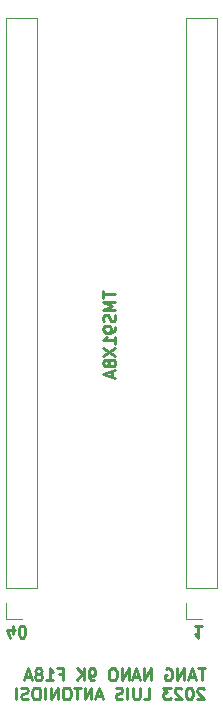
<source format=gbr>
%TF.GenerationSoftware,KiCad,Pcbnew,7.0.1*%
%TF.CreationDate,2023-05-30T14:24:39-07:00*%
%TF.ProjectId,tn_vdp_v1_fat,746e5f76-6470-45f7-9631-5f6661742e6b,rev?*%
%TF.SameCoordinates,Original*%
%TF.FileFunction,Legend,Bot*%
%TF.FilePolarity,Positive*%
%FSLAX46Y46*%
G04 Gerber Fmt 4.6, Leading zero omitted, Abs format (unit mm)*
G04 Created by KiCad (PCBNEW 7.0.1) date 2023-05-30 14:24:39*
%MOMM*%
%LPD*%
G01*
G04 APERTURE LIST*
%ADD10C,0.250000*%
%ADD11C,0.120000*%
G04 APERTURE END LIST*
D10*
X153828666Y-100992047D02*
X153828666Y-100325380D01*
X153590571Y-101373000D02*
X153352476Y-100658714D01*
X153352476Y-100658714D02*
X153971523Y-100658714D01*
X154542952Y-101325380D02*
X154638190Y-101325380D01*
X154638190Y-101325380D02*
X154733428Y-101277761D01*
X154733428Y-101277761D02*
X154781047Y-101230142D01*
X154781047Y-101230142D02*
X154828666Y-101134904D01*
X154828666Y-101134904D02*
X154876285Y-100944428D01*
X154876285Y-100944428D02*
X154876285Y-100706333D01*
X154876285Y-100706333D02*
X154828666Y-100515857D01*
X154828666Y-100515857D02*
X154781047Y-100420619D01*
X154781047Y-100420619D02*
X154733428Y-100373000D01*
X154733428Y-100373000D02*
X154638190Y-100325380D01*
X154638190Y-100325380D02*
X154542952Y-100325380D01*
X154542952Y-100325380D02*
X154447714Y-100373000D01*
X154447714Y-100373000D02*
X154400095Y-100420619D01*
X154400095Y-100420619D02*
X154352476Y-100515857D01*
X154352476Y-100515857D02*
X154304857Y-100706333D01*
X154304857Y-100706333D02*
X154304857Y-100944428D01*
X154304857Y-100944428D02*
X154352476Y-101134904D01*
X154352476Y-101134904D02*
X154400095Y-101230142D01*
X154400095Y-101230142D02*
X154447714Y-101277761D01*
X154447714Y-101277761D02*
X154542952Y-101325380D01*
X169798904Y-100325380D02*
X169227476Y-100325380D01*
X169513190Y-100325380D02*
X169513190Y-101325380D01*
X169513190Y-101325380D02*
X169417952Y-101182523D01*
X169417952Y-101182523D02*
X169322714Y-101087285D01*
X169322714Y-101087285D02*
X169227476Y-101039666D01*
X161488419Y-71977238D02*
X161488419Y-72548666D01*
X162488419Y-72262952D02*
X161488419Y-72262952D01*
X162488419Y-72882000D02*
X161488419Y-72882000D01*
X161488419Y-72882000D02*
X162202704Y-73215333D01*
X162202704Y-73215333D02*
X161488419Y-73548666D01*
X161488419Y-73548666D02*
X162488419Y-73548666D01*
X162440800Y-73977238D02*
X162488419Y-74120095D01*
X162488419Y-74120095D02*
X162488419Y-74358190D01*
X162488419Y-74358190D02*
X162440800Y-74453428D01*
X162440800Y-74453428D02*
X162393180Y-74501047D01*
X162393180Y-74501047D02*
X162297942Y-74548666D01*
X162297942Y-74548666D02*
X162202704Y-74548666D01*
X162202704Y-74548666D02*
X162107466Y-74501047D01*
X162107466Y-74501047D02*
X162059847Y-74453428D01*
X162059847Y-74453428D02*
X162012228Y-74358190D01*
X162012228Y-74358190D02*
X161964609Y-74167714D01*
X161964609Y-74167714D02*
X161916990Y-74072476D01*
X161916990Y-74072476D02*
X161869371Y-74024857D01*
X161869371Y-74024857D02*
X161774133Y-73977238D01*
X161774133Y-73977238D02*
X161678895Y-73977238D01*
X161678895Y-73977238D02*
X161583657Y-74024857D01*
X161583657Y-74024857D02*
X161536038Y-74072476D01*
X161536038Y-74072476D02*
X161488419Y-74167714D01*
X161488419Y-74167714D02*
X161488419Y-74405809D01*
X161488419Y-74405809D02*
X161536038Y-74548666D01*
X162488419Y-75024857D02*
X162488419Y-75215333D01*
X162488419Y-75215333D02*
X162440800Y-75310571D01*
X162440800Y-75310571D02*
X162393180Y-75358190D01*
X162393180Y-75358190D02*
X162250323Y-75453428D01*
X162250323Y-75453428D02*
X162059847Y-75501047D01*
X162059847Y-75501047D02*
X161678895Y-75501047D01*
X161678895Y-75501047D02*
X161583657Y-75453428D01*
X161583657Y-75453428D02*
X161536038Y-75405809D01*
X161536038Y-75405809D02*
X161488419Y-75310571D01*
X161488419Y-75310571D02*
X161488419Y-75120095D01*
X161488419Y-75120095D02*
X161536038Y-75024857D01*
X161536038Y-75024857D02*
X161583657Y-74977238D01*
X161583657Y-74977238D02*
X161678895Y-74929619D01*
X161678895Y-74929619D02*
X161916990Y-74929619D01*
X161916990Y-74929619D02*
X162012228Y-74977238D01*
X162012228Y-74977238D02*
X162059847Y-75024857D01*
X162059847Y-75024857D02*
X162107466Y-75120095D01*
X162107466Y-75120095D02*
X162107466Y-75310571D01*
X162107466Y-75310571D02*
X162059847Y-75405809D01*
X162059847Y-75405809D02*
X162012228Y-75453428D01*
X162012228Y-75453428D02*
X161916990Y-75501047D01*
X162488419Y-76453428D02*
X162488419Y-75882000D01*
X162488419Y-76167714D02*
X161488419Y-76167714D01*
X161488419Y-76167714D02*
X161631276Y-76072476D01*
X161631276Y-76072476D02*
X161726514Y-75977238D01*
X161726514Y-75977238D02*
X161774133Y-75882000D01*
X161488419Y-76786762D02*
X162488419Y-77453428D01*
X161488419Y-77453428D02*
X162488419Y-76786762D01*
X161916990Y-77977238D02*
X161869371Y-77882000D01*
X161869371Y-77882000D02*
X161821752Y-77834381D01*
X161821752Y-77834381D02*
X161726514Y-77786762D01*
X161726514Y-77786762D02*
X161678895Y-77786762D01*
X161678895Y-77786762D02*
X161583657Y-77834381D01*
X161583657Y-77834381D02*
X161536038Y-77882000D01*
X161536038Y-77882000D02*
X161488419Y-77977238D01*
X161488419Y-77977238D02*
X161488419Y-78167714D01*
X161488419Y-78167714D02*
X161536038Y-78262952D01*
X161536038Y-78262952D02*
X161583657Y-78310571D01*
X161583657Y-78310571D02*
X161678895Y-78358190D01*
X161678895Y-78358190D02*
X161726514Y-78358190D01*
X161726514Y-78358190D02*
X161821752Y-78310571D01*
X161821752Y-78310571D02*
X161869371Y-78262952D01*
X161869371Y-78262952D02*
X161916990Y-78167714D01*
X161916990Y-78167714D02*
X161916990Y-77977238D01*
X161916990Y-77977238D02*
X161964609Y-77882000D01*
X161964609Y-77882000D02*
X162012228Y-77834381D01*
X162012228Y-77834381D02*
X162107466Y-77786762D01*
X162107466Y-77786762D02*
X162297942Y-77786762D01*
X162297942Y-77786762D02*
X162393180Y-77834381D01*
X162393180Y-77834381D02*
X162440800Y-77882000D01*
X162440800Y-77882000D02*
X162488419Y-77977238D01*
X162488419Y-77977238D02*
X162488419Y-78167714D01*
X162488419Y-78167714D02*
X162440800Y-78262952D01*
X162440800Y-78262952D02*
X162393180Y-78310571D01*
X162393180Y-78310571D02*
X162297942Y-78358190D01*
X162297942Y-78358190D02*
X162107466Y-78358190D01*
X162107466Y-78358190D02*
X162012228Y-78310571D01*
X162012228Y-78310571D02*
X161964609Y-78262952D01*
X161964609Y-78262952D02*
X161916990Y-78167714D01*
X162202704Y-78739143D02*
X162202704Y-79215333D01*
X162488419Y-78643905D02*
X161488419Y-78977238D01*
X161488419Y-78977238D02*
X162488419Y-79310571D01*
X170084761Y-103937619D02*
X169513333Y-103937619D01*
X169799047Y-104937619D02*
X169799047Y-103937619D01*
X169227618Y-104651904D02*
X168751428Y-104651904D01*
X169322856Y-104937619D02*
X168989523Y-103937619D01*
X168989523Y-103937619D02*
X168656190Y-104937619D01*
X168322856Y-104937619D02*
X168322856Y-103937619D01*
X168322856Y-103937619D02*
X167751428Y-104937619D01*
X167751428Y-104937619D02*
X167751428Y-103937619D01*
X166751428Y-103985238D02*
X166846666Y-103937619D01*
X166846666Y-103937619D02*
X166989523Y-103937619D01*
X166989523Y-103937619D02*
X167132380Y-103985238D01*
X167132380Y-103985238D02*
X167227618Y-104080476D01*
X167227618Y-104080476D02*
X167275237Y-104175714D01*
X167275237Y-104175714D02*
X167322856Y-104366190D01*
X167322856Y-104366190D02*
X167322856Y-104509047D01*
X167322856Y-104509047D02*
X167275237Y-104699523D01*
X167275237Y-104699523D02*
X167227618Y-104794761D01*
X167227618Y-104794761D02*
X167132380Y-104890000D01*
X167132380Y-104890000D02*
X166989523Y-104937619D01*
X166989523Y-104937619D02*
X166894285Y-104937619D01*
X166894285Y-104937619D02*
X166751428Y-104890000D01*
X166751428Y-104890000D02*
X166703809Y-104842380D01*
X166703809Y-104842380D02*
X166703809Y-104509047D01*
X166703809Y-104509047D02*
X166894285Y-104509047D01*
X165513332Y-104937619D02*
X165513332Y-103937619D01*
X165513332Y-103937619D02*
X164941904Y-104937619D01*
X164941904Y-104937619D02*
X164941904Y-103937619D01*
X164513332Y-104651904D02*
X164037142Y-104651904D01*
X164608570Y-104937619D02*
X164275237Y-103937619D01*
X164275237Y-103937619D02*
X163941904Y-104937619D01*
X163608570Y-104937619D02*
X163608570Y-103937619D01*
X163608570Y-103937619D02*
X163037142Y-104937619D01*
X163037142Y-104937619D02*
X163037142Y-103937619D01*
X162370475Y-103937619D02*
X162179999Y-103937619D01*
X162179999Y-103937619D02*
X162084761Y-103985238D01*
X162084761Y-103985238D02*
X161989523Y-104080476D01*
X161989523Y-104080476D02*
X161941904Y-104270952D01*
X161941904Y-104270952D02*
X161941904Y-104604285D01*
X161941904Y-104604285D02*
X161989523Y-104794761D01*
X161989523Y-104794761D02*
X162084761Y-104890000D01*
X162084761Y-104890000D02*
X162179999Y-104937619D01*
X162179999Y-104937619D02*
X162370475Y-104937619D01*
X162370475Y-104937619D02*
X162465713Y-104890000D01*
X162465713Y-104890000D02*
X162560951Y-104794761D01*
X162560951Y-104794761D02*
X162608570Y-104604285D01*
X162608570Y-104604285D02*
X162608570Y-104270952D01*
X162608570Y-104270952D02*
X162560951Y-104080476D01*
X162560951Y-104080476D02*
X162465713Y-103985238D01*
X162465713Y-103985238D02*
X162370475Y-103937619D01*
X160703808Y-104937619D02*
X160513332Y-104937619D01*
X160513332Y-104937619D02*
X160418094Y-104890000D01*
X160418094Y-104890000D02*
X160370475Y-104842380D01*
X160370475Y-104842380D02*
X160275237Y-104699523D01*
X160275237Y-104699523D02*
X160227618Y-104509047D01*
X160227618Y-104509047D02*
X160227618Y-104128095D01*
X160227618Y-104128095D02*
X160275237Y-104032857D01*
X160275237Y-104032857D02*
X160322856Y-103985238D01*
X160322856Y-103985238D02*
X160418094Y-103937619D01*
X160418094Y-103937619D02*
X160608570Y-103937619D01*
X160608570Y-103937619D02*
X160703808Y-103985238D01*
X160703808Y-103985238D02*
X160751427Y-104032857D01*
X160751427Y-104032857D02*
X160799046Y-104128095D01*
X160799046Y-104128095D02*
X160799046Y-104366190D01*
X160799046Y-104366190D02*
X160751427Y-104461428D01*
X160751427Y-104461428D02*
X160703808Y-104509047D01*
X160703808Y-104509047D02*
X160608570Y-104556666D01*
X160608570Y-104556666D02*
X160418094Y-104556666D01*
X160418094Y-104556666D02*
X160322856Y-104509047D01*
X160322856Y-104509047D02*
X160275237Y-104461428D01*
X160275237Y-104461428D02*
X160227618Y-104366190D01*
X159799046Y-104937619D02*
X159799046Y-103937619D01*
X159227618Y-104937619D02*
X159656189Y-104366190D01*
X159227618Y-103937619D02*
X159799046Y-104509047D01*
X157703808Y-104413809D02*
X158037141Y-104413809D01*
X158037141Y-104937619D02*
X158037141Y-103937619D01*
X158037141Y-103937619D02*
X157560951Y-103937619D01*
X156656189Y-104937619D02*
X157227617Y-104937619D01*
X156941903Y-104937619D02*
X156941903Y-103937619D01*
X156941903Y-103937619D02*
X157037141Y-104080476D01*
X157037141Y-104080476D02*
X157132379Y-104175714D01*
X157132379Y-104175714D02*
X157227617Y-104223333D01*
X156084760Y-104366190D02*
X156179998Y-104318571D01*
X156179998Y-104318571D02*
X156227617Y-104270952D01*
X156227617Y-104270952D02*
X156275236Y-104175714D01*
X156275236Y-104175714D02*
X156275236Y-104128095D01*
X156275236Y-104128095D02*
X156227617Y-104032857D01*
X156227617Y-104032857D02*
X156179998Y-103985238D01*
X156179998Y-103985238D02*
X156084760Y-103937619D01*
X156084760Y-103937619D02*
X155894284Y-103937619D01*
X155894284Y-103937619D02*
X155799046Y-103985238D01*
X155799046Y-103985238D02*
X155751427Y-104032857D01*
X155751427Y-104032857D02*
X155703808Y-104128095D01*
X155703808Y-104128095D02*
X155703808Y-104175714D01*
X155703808Y-104175714D02*
X155751427Y-104270952D01*
X155751427Y-104270952D02*
X155799046Y-104318571D01*
X155799046Y-104318571D02*
X155894284Y-104366190D01*
X155894284Y-104366190D02*
X156084760Y-104366190D01*
X156084760Y-104366190D02*
X156179998Y-104413809D01*
X156179998Y-104413809D02*
X156227617Y-104461428D01*
X156227617Y-104461428D02*
X156275236Y-104556666D01*
X156275236Y-104556666D02*
X156275236Y-104747142D01*
X156275236Y-104747142D02*
X156227617Y-104842380D01*
X156227617Y-104842380D02*
X156179998Y-104890000D01*
X156179998Y-104890000D02*
X156084760Y-104937619D01*
X156084760Y-104937619D02*
X155894284Y-104937619D01*
X155894284Y-104937619D02*
X155799046Y-104890000D01*
X155799046Y-104890000D02*
X155751427Y-104842380D01*
X155751427Y-104842380D02*
X155703808Y-104747142D01*
X155703808Y-104747142D02*
X155703808Y-104556666D01*
X155703808Y-104556666D02*
X155751427Y-104461428D01*
X155751427Y-104461428D02*
X155799046Y-104413809D01*
X155799046Y-104413809D02*
X155894284Y-104366190D01*
X155322855Y-104651904D02*
X154846665Y-104651904D01*
X155418093Y-104937619D02*
X155084760Y-103937619D01*
X155084760Y-103937619D02*
X154751427Y-104937619D01*
X169989523Y-105652857D02*
X169941904Y-105605238D01*
X169941904Y-105605238D02*
X169846666Y-105557619D01*
X169846666Y-105557619D02*
X169608571Y-105557619D01*
X169608571Y-105557619D02*
X169513333Y-105605238D01*
X169513333Y-105605238D02*
X169465714Y-105652857D01*
X169465714Y-105652857D02*
X169418095Y-105748095D01*
X169418095Y-105748095D02*
X169418095Y-105843333D01*
X169418095Y-105843333D02*
X169465714Y-105986190D01*
X169465714Y-105986190D02*
X170037142Y-106557619D01*
X170037142Y-106557619D02*
X169418095Y-106557619D01*
X168799047Y-105557619D02*
X168703809Y-105557619D01*
X168703809Y-105557619D02*
X168608571Y-105605238D01*
X168608571Y-105605238D02*
X168560952Y-105652857D01*
X168560952Y-105652857D02*
X168513333Y-105748095D01*
X168513333Y-105748095D02*
X168465714Y-105938571D01*
X168465714Y-105938571D02*
X168465714Y-106176666D01*
X168465714Y-106176666D02*
X168513333Y-106367142D01*
X168513333Y-106367142D02*
X168560952Y-106462380D01*
X168560952Y-106462380D02*
X168608571Y-106510000D01*
X168608571Y-106510000D02*
X168703809Y-106557619D01*
X168703809Y-106557619D02*
X168799047Y-106557619D01*
X168799047Y-106557619D02*
X168894285Y-106510000D01*
X168894285Y-106510000D02*
X168941904Y-106462380D01*
X168941904Y-106462380D02*
X168989523Y-106367142D01*
X168989523Y-106367142D02*
X169037142Y-106176666D01*
X169037142Y-106176666D02*
X169037142Y-105938571D01*
X169037142Y-105938571D02*
X168989523Y-105748095D01*
X168989523Y-105748095D02*
X168941904Y-105652857D01*
X168941904Y-105652857D02*
X168894285Y-105605238D01*
X168894285Y-105605238D02*
X168799047Y-105557619D01*
X168084761Y-105652857D02*
X168037142Y-105605238D01*
X168037142Y-105605238D02*
X167941904Y-105557619D01*
X167941904Y-105557619D02*
X167703809Y-105557619D01*
X167703809Y-105557619D02*
X167608571Y-105605238D01*
X167608571Y-105605238D02*
X167560952Y-105652857D01*
X167560952Y-105652857D02*
X167513333Y-105748095D01*
X167513333Y-105748095D02*
X167513333Y-105843333D01*
X167513333Y-105843333D02*
X167560952Y-105986190D01*
X167560952Y-105986190D02*
X168132380Y-106557619D01*
X168132380Y-106557619D02*
X167513333Y-106557619D01*
X167179999Y-105557619D02*
X166560952Y-105557619D01*
X166560952Y-105557619D02*
X166894285Y-105938571D01*
X166894285Y-105938571D02*
X166751428Y-105938571D01*
X166751428Y-105938571D02*
X166656190Y-105986190D01*
X166656190Y-105986190D02*
X166608571Y-106033809D01*
X166608571Y-106033809D02*
X166560952Y-106129047D01*
X166560952Y-106129047D02*
X166560952Y-106367142D01*
X166560952Y-106367142D02*
X166608571Y-106462380D01*
X166608571Y-106462380D02*
X166656190Y-106510000D01*
X166656190Y-106510000D02*
X166751428Y-106557619D01*
X166751428Y-106557619D02*
X167037142Y-106557619D01*
X167037142Y-106557619D02*
X167132380Y-106510000D01*
X167132380Y-106510000D02*
X167179999Y-106462380D01*
X164894285Y-106557619D02*
X165370475Y-106557619D01*
X165370475Y-106557619D02*
X165370475Y-105557619D01*
X164560951Y-105557619D02*
X164560951Y-106367142D01*
X164560951Y-106367142D02*
X164513332Y-106462380D01*
X164513332Y-106462380D02*
X164465713Y-106510000D01*
X164465713Y-106510000D02*
X164370475Y-106557619D01*
X164370475Y-106557619D02*
X164179999Y-106557619D01*
X164179999Y-106557619D02*
X164084761Y-106510000D01*
X164084761Y-106510000D02*
X164037142Y-106462380D01*
X164037142Y-106462380D02*
X163989523Y-106367142D01*
X163989523Y-106367142D02*
X163989523Y-105557619D01*
X163513332Y-106557619D02*
X163513332Y-105557619D01*
X163084761Y-106510000D02*
X162941904Y-106557619D01*
X162941904Y-106557619D02*
X162703809Y-106557619D01*
X162703809Y-106557619D02*
X162608571Y-106510000D01*
X162608571Y-106510000D02*
X162560952Y-106462380D01*
X162560952Y-106462380D02*
X162513333Y-106367142D01*
X162513333Y-106367142D02*
X162513333Y-106271904D01*
X162513333Y-106271904D02*
X162560952Y-106176666D01*
X162560952Y-106176666D02*
X162608571Y-106129047D01*
X162608571Y-106129047D02*
X162703809Y-106081428D01*
X162703809Y-106081428D02*
X162894285Y-106033809D01*
X162894285Y-106033809D02*
X162989523Y-105986190D01*
X162989523Y-105986190D02*
X163037142Y-105938571D01*
X163037142Y-105938571D02*
X163084761Y-105843333D01*
X163084761Y-105843333D02*
X163084761Y-105748095D01*
X163084761Y-105748095D02*
X163037142Y-105652857D01*
X163037142Y-105652857D02*
X162989523Y-105605238D01*
X162989523Y-105605238D02*
X162894285Y-105557619D01*
X162894285Y-105557619D02*
X162656190Y-105557619D01*
X162656190Y-105557619D02*
X162513333Y-105605238D01*
X161370475Y-106271904D02*
X160894285Y-106271904D01*
X161465713Y-106557619D02*
X161132380Y-105557619D01*
X161132380Y-105557619D02*
X160799047Y-106557619D01*
X160465713Y-106557619D02*
X160465713Y-105557619D01*
X160465713Y-105557619D02*
X159894285Y-106557619D01*
X159894285Y-106557619D02*
X159894285Y-105557619D01*
X159560951Y-105557619D02*
X158989523Y-105557619D01*
X159275237Y-106557619D02*
X159275237Y-105557619D01*
X158465713Y-105557619D02*
X158275237Y-105557619D01*
X158275237Y-105557619D02*
X158179999Y-105605238D01*
X158179999Y-105605238D02*
X158084761Y-105700476D01*
X158084761Y-105700476D02*
X158037142Y-105890952D01*
X158037142Y-105890952D02*
X158037142Y-106224285D01*
X158037142Y-106224285D02*
X158084761Y-106414761D01*
X158084761Y-106414761D02*
X158179999Y-106510000D01*
X158179999Y-106510000D02*
X158275237Y-106557619D01*
X158275237Y-106557619D02*
X158465713Y-106557619D01*
X158465713Y-106557619D02*
X158560951Y-106510000D01*
X158560951Y-106510000D02*
X158656189Y-106414761D01*
X158656189Y-106414761D02*
X158703808Y-106224285D01*
X158703808Y-106224285D02*
X158703808Y-105890952D01*
X158703808Y-105890952D02*
X158656189Y-105700476D01*
X158656189Y-105700476D02*
X158560951Y-105605238D01*
X158560951Y-105605238D02*
X158465713Y-105557619D01*
X157608570Y-106557619D02*
X157608570Y-105557619D01*
X157608570Y-105557619D02*
X157037142Y-106557619D01*
X157037142Y-106557619D02*
X157037142Y-105557619D01*
X156560951Y-106557619D02*
X156560951Y-105557619D01*
X155894285Y-105557619D02*
X155703809Y-105557619D01*
X155703809Y-105557619D02*
X155608571Y-105605238D01*
X155608571Y-105605238D02*
X155513333Y-105700476D01*
X155513333Y-105700476D02*
X155465714Y-105890952D01*
X155465714Y-105890952D02*
X155465714Y-106224285D01*
X155465714Y-106224285D02*
X155513333Y-106414761D01*
X155513333Y-106414761D02*
X155608571Y-106510000D01*
X155608571Y-106510000D02*
X155703809Y-106557619D01*
X155703809Y-106557619D02*
X155894285Y-106557619D01*
X155894285Y-106557619D02*
X155989523Y-106510000D01*
X155989523Y-106510000D02*
X156084761Y-106414761D01*
X156084761Y-106414761D02*
X156132380Y-106224285D01*
X156132380Y-106224285D02*
X156132380Y-105890952D01*
X156132380Y-105890952D02*
X156084761Y-105700476D01*
X156084761Y-105700476D02*
X155989523Y-105605238D01*
X155989523Y-105605238D02*
X155894285Y-105557619D01*
X155084761Y-106510000D02*
X154941904Y-106557619D01*
X154941904Y-106557619D02*
X154703809Y-106557619D01*
X154703809Y-106557619D02*
X154608571Y-106510000D01*
X154608571Y-106510000D02*
X154560952Y-106462380D01*
X154560952Y-106462380D02*
X154513333Y-106367142D01*
X154513333Y-106367142D02*
X154513333Y-106271904D01*
X154513333Y-106271904D02*
X154560952Y-106176666D01*
X154560952Y-106176666D02*
X154608571Y-106129047D01*
X154608571Y-106129047D02*
X154703809Y-106081428D01*
X154703809Y-106081428D02*
X154894285Y-106033809D01*
X154894285Y-106033809D02*
X154989523Y-105986190D01*
X154989523Y-105986190D02*
X155037142Y-105938571D01*
X155037142Y-105938571D02*
X155084761Y-105843333D01*
X155084761Y-105843333D02*
X155084761Y-105748095D01*
X155084761Y-105748095D02*
X155037142Y-105652857D01*
X155037142Y-105652857D02*
X154989523Y-105605238D01*
X154989523Y-105605238D02*
X154894285Y-105557619D01*
X154894285Y-105557619D02*
X154656190Y-105557619D01*
X154656190Y-105557619D02*
X154513333Y-105605238D01*
X154084761Y-106557619D02*
X154084761Y-105557619D01*
D11*
%TO.C,J2*%
X153236700Y-48830000D02*
X155896700Y-48830000D01*
X153236700Y-97150000D02*
X153236700Y-48830000D01*
X153236700Y-97150000D02*
X155896700Y-97150000D01*
X153236700Y-98420000D02*
X153236700Y-99750000D01*
X153236700Y-99750000D02*
X154566700Y-99750000D01*
X155896700Y-97150000D02*
X155896700Y-48830000D01*
%TO.C,J1*%
X168476700Y-48830000D02*
X171136700Y-48830000D01*
X168476700Y-97150000D02*
X168476700Y-48830000D01*
X168476700Y-97150000D02*
X171136700Y-97150000D01*
X168476700Y-98420000D02*
X168476700Y-99750000D01*
X168476700Y-99750000D02*
X169806700Y-99750000D01*
X171136700Y-97150000D02*
X171136700Y-48830000D01*
%TD*%
M02*

</source>
